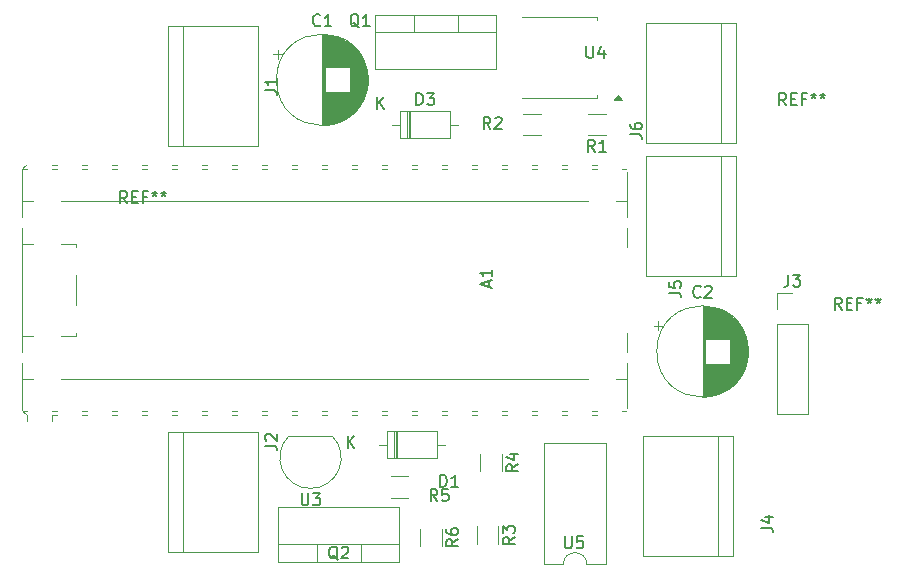
<source format=gbr>
%TF.GenerationSoftware,KiCad,Pcbnew,9.0.0*%
%TF.CreationDate,2025-03-14T14:41:01+01:00*%
%TF.ProjectId,LEDstripDrv2.0,4c454473-7472-4697-9044-7276322e302e,rev?*%
%TF.SameCoordinates,Original*%
%TF.FileFunction,Legend,Top*%
%TF.FilePolarity,Positive*%
%FSLAX46Y46*%
G04 Gerber Fmt 4.6, Leading zero omitted, Abs format (unit mm)*
G04 Created by KiCad (PCBNEW 9.0.0) date 2025-03-14 14:41:01*
%MOMM*%
%LPD*%
G01*
G04 APERTURE LIST*
%ADD10C,0.150000*%
%ADD11C,0.120000*%
G04 APERTURE END LIST*
D10*
X177266666Y-97154819D02*
X176933333Y-96678628D01*
X176695238Y-97154819D02*
X176695238Y-96154819D01*
X176695238Y-96154819D02*
X177076190Y-96154819D01*
X177076190Y-96154819D02*
X177171428Y-96202438D01*
X177171428Y-96202438D02*
X177219047Y-96250057D01*
X177219047Y-96250057D02*
X177266666Y-96345295D01*
X177266666Y-96345295D02*
X177266666Y-96488152D01*
X177266666Y-96488152D02*
X177219047Y-96583390D01*
X177219047Y-96583390D02*
X177171428Y-96631009D01*
X177171428Y-96631009D02*
X177076190Y-96678628D01*
X177076190Y-96678628D02*
X176695238Y-96678628D01*
X177695238Y-96631009D02*
X178028571Y-96631009D01*
X178171428Y-97154819D02*
X177695238Y-97154819D01*
X177695238Y-97154819D02*
X177695238Y-96154819D01*
X177695238Y-96154819D02*
X178171428Y-96154819D01*
X178933333Y-96631009D02*
X178600000Y-96631009D01*
X178600000Y-97154819D02*
X178600000Y-96154819D01*
X178600000Y-96154819D02*
X179076190Y-96154819D01*
X179600000Y-96154819D02*
X179600000Y-96392914D01*
X179361905Y-96297676D02*
X179600000Y-96392914D01*
X179600000Y-96392914D02*
X179838095Y-96297676D01*
X179457143Y-96583390D02*
X179600000Y-96392914D01*
X179600000Y-96392914D02*
X179742857Y-96583390D01*
X180361905Y-96154819D02*
X180361905Y-96392914D01*
X180123810Y-96297676D02*
X180361905Y-96392914D01*
X180361905Y-96392914D02*
X180600000Y-96297676D01*
X180219048Y-96583390D02*
X180361905Y-96392914D01*
X180361905Y-96392914D02*
X180504762Y-96583390D01*
X116766666Y-88154819D02*
X116433333Y-87678628D01*
X116195238Y-88154819D02*
X116195238Y-87154819D01*
X116195238Y-87154819D02*
X116576190Y-87154819D01*
X116576190Y-87154819D02*
X116671428Y-87202438D01*
X116671428Y-87202438D02*
X116719047Y-87250057D01*
X116719047Y-87250057D02*
X116766666Y-87345295D01*
X116766666Y-87345295D02*
X116766666Y-87488152D01*
X116766666Y-87488152D02*
X116719047Y-87583390D01*
X116719047Y-87583390D02*
X116671428Y-87631009D01*
X116671428Y-87631009D02*
X116576190Y-87678628D01*
X116576190Y-87678628D02*
X116195238Y-87678628D01*
X117195238Y-87631009D02*
X117528571Y-87631009D01*
X117671428Y-88154819D02*
X117195238Y-88154819D01*
X117195238Y-88154819D02*
X117195238Y-87154819D01*
X117195238Y-87154819D02*
X117671428Y-87154819D01*
X118433333Y-87631009D02*
X118100000Y-87631009D01*
X118100000Y-88154819D02*
X118100000Y-87154819D01*
X118100000Y-87154819D02*
X118576190Y-87154819D01*
X119100000Y-87154819D02*
X119100000Y-87392914D01*
X118861905Y-87297676D02*
X119100000Y-87392914D01*
X119100000Y-87392914D02*
X119338095Y-87297676D01*
X118957143Y-87583390D02*
X119100000Y-87392914D01*
X119100000Y-87392914D02*
X119242857Y-87583390D01*
X119861905Y-87154819D02*
X119861905Y-87392914D01*
X119623810Y-87297676D02*
X119861905Y-87392914D01*
X119861905Y-87392914D02*
X120100000Y-87297676D01*
X119719048Y-87583390D02*
X119861905Y-87392914D01*
X119861905Y-87392914D02*
X120004762Y-87583390D01*
X172566666Y-79854819D02*
X172233333Y-79378628D01*
X171995238Y-79854819D02*
X171995238Y-78854819D01*
X171995238Y-78854819D02*
X172376190Y-78854819D01*
X172376190Y-78854819D02*
X172471428Y-78902438D01*
X172471428Y-78902438D02*
X172519047Y-78950057D01*
X172519047Y-78950057D02*
X172566666Y-79045295D01*
X172566666Y-79045295D02*
X172566666Y-79188152D01*
X172566666Y-79188152D02*
X172519047Y-79283390D01*
X172519047Y-79283390D02*
X172471428Y-79331009D01*
X172471428Y-79331009D02*
X172376190Y-79378628D01*
X172376190Y-79378628D02*
X171995238Y-79378628D01*
X172995238Y-79331009D02*
X173328571Y-79331009D01*
X173471428Y-79854819D02*
X172995238Y-79854819D01*
X172995238Y-79854819D02*
X172995238Y-78854819D01*
X172995238Y-78854819D02*
X173471428Y-78854819D01*
X174233333Y-79331009D02*
X173900000Y-79331009D01*
X173900000Y-79854819D02*
X173900000Y-78854819D01*
X173900000Y-78854819D02*
X174376190Y-78854819D01*
X174900000Y-78854819D02*
X174900000Y-79092914D01*
X174661905Y-78997676D02*
X174900000Y-79092914D01*
X174900000Y-79092914D02*
X175138095Y-78997676D01*
X174757143Y-79283390D02*
X174900000Y-79092914D01*
X174900000Y-79092914D02*
X175042857Y-79283390D01*
X175661905Y-78854819D02*
X175661905Y-79092914D01*
X175423810Y-78997676D02*
X175661905Y-79092914D01*
X175661905Y-79092914D02*
X175900000Y-78997676D01*
X175519048Y-79283390D02*
X175661905Y-79092914D01*
X175661905Y-79092914D02*
X175804762Y-79283390D01*
X165321939Y-96059580D02*
X165274320Y-96107200D01*
X165274320Y-96107200D02*
X165131463Y-96154819D01*
X165131463Y-96154819D02*
X165036225Y-96154819D01*
X165036225Y-96154819D02*
X164893368Y-96107200D01*
X164893368Y-96107200D02*
X164798130Y-96011961D01*
X164798130Y-96011961D02*
X164750511Y-95916723D01*
X164750511Y-95916723D02*
X164702892Y-95726247D01*
X164702892Y-95726247D02*
X164702892Y-95583390D01*
X164702892Y-95583390D02*
X164750511Y-95392914D01*
X164750511Y-95392914D02*
X164798130Y-95297676D01*
X164798130Y-95297676D02*
X164893368Y-95202438D01*
X164893368Y-95202438D02*
X165036225Y-95154819D01*
X165036225Y-95154819D02*
X165131463Y-95154819D01*
X165131463Y-95154819D02*
X165274320Y-95202438D01*
X165274320Y-95202438D02*
X165321939Y-95250057D01*
X165702892Y-95250057D02*
X165750511Y-95202438D01*
X165750511Y-95202438D02*
X165845749Y-95154819D01*
X165845749Y-95154819D02*
X166083844Y-95154819D01*
X166083844Y-95154819D02*
X166179082Y-95202438D01*
X166179082Y-95202438D02*
X166226701Y-95250057D01*
X166226701Y-95250057D02*
X166274320Y-95345295D01*
X166274320Y-95345295D02*
X166274320Y-95440533D01*
X166274320Y-95440533D02*
X166226701Y-95583390D01*
X166226701Y-95583390D02*
X165655273Y-96154819D01*
X165655273Y-96154819D02*
X166274320Y-96154819D01*
X131538095Y-112714819D02*
X131538095Y-113524342D01*
X131538095Y-113524342D02*
X131585714Y-113619580D01*
X131585714Y-113619580D02*
X131633333Y-113667200D01*
X131633333Y-113667200D02*
X131728571Y-113714819D01*
X131728571Y-113714819D02*
X131919047Y-113714819D01*
X131919047Y-113714819D02*
X132014285Y-113667200D01*
X132014285Y-113667200D02*
X132061904Y-113619580D01*
X132061904Y-113619580D02*
X132109523Y-113524342D01*
X132109523Y-113524342D02*
X132109523Y-112714819D01*
X132490476Y-112714819D02*
X133109523Y-112714819D01*
X133109523Y-112714819D02*
X132776190Y-113095771D01*
X132776190Y-113095771D02*
X132919047Y-113095771D01*
X132919047Y-113095771D02*
X133014285Y-113143390D01*
X133014285Y-113143390D02*
X133061904Y-113191009D01*
X133061904Y-113191009D02*
X133109523Y-113286247D01*
X133109523Y-113286247D02*
X133109523Y-113524342D01*
X133109523Y-113524342D02*
X133061904Y-113619580D01*
X133061904Y-113619580D02*
X133014285Y-113667200D01*
X133014285Y-113667200D02*
X132919047Y-113714819D01*
X132919047Y-113714819D02*
X132633333Y-113714819D01*
X132633333Y-113714819D02*
X132538095Y-113667200D01*
X132538095Y-113667200D02*
X132490476Y-113619580D01*
X156383333Y-83774819D02*
X156050000Y-83298628D01*
X155811905Y-83774819D02*
X155811905Y-82774819D01*
X155811905Y-82774819D02*
X156192857Y-82774819D01*
X156192857Y-82774819D02*
X156288095Y-82822438D01*
X156288095Y-82822438D02*
X156335714Y-82870057D01*
X156335714Y-82870057D02*
X156383333Y-82965295D01*
X156383333Y-82965295D02*
X156383333Y-83108152D01*
X156383333Y-83108152D02*
X156335714Y-83203390D01*
X156335714Y-83203390D02*
X156288095Y-83251009D01*
X156288095Y-83251009D02*
X156192857Y-83298628D01*
X156192857Y-83298628D02*
X155811905Y-83298628D01*
X157335714Y-83774819D02*
X156764286Y-83774819D01*
X157050000Y-83774819D02*
X157050000Y-82774819D01*
X157050000Y-82774819D02*
X156954762Y-82917676D01*
X156954762Y-82917676D02*
X156859524Y-83012914D01*
X156859524Y-83012914D02*
X156764286Y-83060533D01*
X141261905Y-79834819D02*
X141261905Y-78834819D01*
X141261905Y-78834819D02*
X141500000Y-78834819D01*
X141500000Y-78834819D02*
X141642857Y-78882438D01*
X141642857Y-78882438D02*
X141738095Y-78977676D01*
X141738095Y-78977676D02*
X141785714Y-79072914D01*
X141785714Y-79072914D02*
X141833333Y-79263390D01*
X141833333Y-79263390D02*
X141833333Y-79406247D01*
X141833333Y-79406247D02*
X141785714Y-79596723D01*
X141785714Y-79596723D02*
X141738095Y-79691961D01*
X141738095Y-79691961D02*
X141642857Y-79787200D01*
X141642857Y-79787200D02*
X141500000Y-79834819D01*
X141500000Y-79834819D02*
X141261905Y-79834819D01*
X142166667Y-78834819D02*
X142785714Y-78834819D01*
X142785714Y-78834819D02*
X142452381Y-79215771D01*
X142452381Y-79215771D02*
X142595238Y-79215771D01*
X142595238Y-79215771D02*
X142690476Y-79263390D01*
X142690476Y-79263390D02*
X142738095Y-79311009D01*
X142738095Y-79311009D02*
X142785714Y-79406247D01*
X142785714Y-79406247D02*
X142785714Y-79644342D01*
X142785714Y-79644342D02*
X142738095Y-79739580D01*
X142738095Y-79739580D02*
X142690476Y-79787200D01*
X142690476Y-79787200D02*
X142595238Y-79834819D01*
X142595238Y-79834819D02*
X142309524Y-79834819D01*
X142309524Y-79834819D02*
X142214286Y-79787200D01*
X142214286Y-79787200D02*
X142166667Y-79739580D01*
X137928095Y-80154819D02*
X137928095Y-79154819D01*
X138499523Y-80154819D02*
X138070952Y-79583390D01*
X138499523Y-79154819D02*
X137928095Y-79726247D01*
X143261905Y-112154819D02*
X143261905Y-111154819D01*
X143261905Y-111154819D02*
X143500000Y-111154819D01*
X143500000Y-111154819D02*
X143642857Y-111202438D01*
X143642857Y-111202438D02*
X143738095Y-111297676D01*
X143738095Y-111297676D02*
X143785714Y-111392914D01*
X143785714Y-111392914D02*
X143833333Y-111583390D01*
X143833333Y-111583390D02*
X143833333Y-111726247D01*
X143833333Y-111726247D02*
X143785714Y-111916723D01*
X143785714Y-111916723D02*
X143738095Y-112011961D01*
X143738095Y-112011961D02*
X143642857Y-112107200D01*
X143642857Y-112107200D02*
X143500000Y-112154819D01*
X143500000Y-112154819D02*
X143261905Y-112154819D01*
X144785714Y-112154819D02*
X144214286Y-112154819D01*
X144500000Y-112154819D02*
X144500000Y-111154819D01*
X144500000Y-111154819D02*
X144404762Y-111297676D01*
X144404762Y-111297676D02*
X144309524Y-111392914D01*
X144309524Y-111392914D02*
X144214286Y-111440533D01*
X135438095Y-108854819D02*
X135438095Y-107854819D01*
X136009523Y-108854819D02*
X135580952Y-108283390D01*
X136009523Y-107854819D02*
X135438095Y-108426247D01*
X134604761Y-118320057D02*
X134509523Y-118272438D01*
X134509523Y-118272438D02*
X134414285Y-118177200D01*
X134414285Y-118177200D02*
X134271428Y-118034342D01*
X134271428Y-118034342D02*
X134176190Y-117986723D01*
X134176190Y-117986723D02*
X134080952Y-117986723D01*
X134128571Y-118224819D02*
X134033333Y-118177200D01*
X134033333Y-118177200D02*
X133938095Y-118081961D01*
X133938095Y-118081961D02*
X133890476Y-117891485D01*
X133890476Y-117891485D02*
X133890476Y-117558152D01*
X133890476Y-117558152D02*
X133938095Y-117367676D01*
X133938095Y-117367676D02*
X134033333Y-117272438D01*
X134033333Y-117272438D02*
X134128571Y-117224819D01*
X134128571Y-117224819D02*
X134319047Y-117224819D01*
X134319047Y-117224819D02*
X134414285Y-117272438D01*
X134414285Y-117272438D02*
X134509523Y-117367676D01*
X134509523Y-117367676D02*
X134557142Y-117558152D01*
X134557142Y-117558152D02*
X134557142Y-117891485D01*
X134557142Y-117891485D02*
X134509523Y-118081961D01*
X134509523Y-118081961D02*
X134414285Y-118177200D01*
X134414285Y-118177200D02*
X134319047Y-118224819D01*
X134319047Y-118224819D02*
X134128571Y-118224819D01*
X134938095Y-117320057D02*
X134985714Y-117272438D01*
X134985714Y-117272438D02*
X135080952Y-117224819D01*
X135080952Y-117224819D02*
X135319047Y-117224819D01*
X135319047Y-117224819D02*
X135414285Y-117272438D01*
X135414285Y-117272438D02*
X135461904Y-117320057D01*
X135461904Y-117320057D02*
X135509523Y-117415295D01*
X135509523Y-117415295D02*
X135509523Y-117510533D01*
X135509523Y-117510533D02*
X135461904Y-117653390D01*
X135461904Y-117653390D02*
X134890476Y-118224819D01*
X134890476Y-118224819D02*
X135509523Y-118224819D01*
X170454819Y-115633333D02*
X171169104Y-115633333D01*
X171169104Y-115633333D02*
X171311961Y-115680952D01*
X171311961Y-115680952D02*
X171407200Y-115776190D01*
X171407200Y-115776190D02*
X171454819Y-115919047D01*
X171454819Y-115919047D02*
X171454819Y-116014285D01*
X170788152Y-114728571D02*
X171454819Y-114728571D01*
X170407200Y-114966666D02*
X171121485Y-115204761D01*
X171121485Y-115204761D02*
X171121485Y-114585714D01*
X133121939Y-73059580D02*
X133074320Y-73107200D01*
X133074320Y-73107200D02*
X132931463Y-73154819D01*
X132931463Y-73154819D02*
X132836225Y-73154819D01*
X132836225Y-73154819D02*
X132693368Y-73107200D01*
X132693368Y-73107200D02*
X132598130Y-73011961D01*
X132598130Y-73011961D02*
X132550511Y-72916723D01*
X132550511Y-72916723D02*
X132502892Y-72726247D01*
X132502892Y-72726247D02*
X132502892Y-72583390D01*
X132502892Y-72583390D02*
X132550511Y-72392914D01*
X132550511Y-72392914D02*
X132598130Y-72297676D01*
X132598130Y-72297676D02*
X132693368Y-72202438D01*
X132693368Y-72202438D02*
X132836225Y-72154819D01*
X132836225Y-72154819D02*
X132931463Y-72154819D01*
X132931463Y-72154819D02*
X133074320Y-72202438D01*
X133074320Y-72202438D02*
X133121939Y-72250057D01*
X134074320Y-73154819D02*
X133502892Y-73154819D01*
X133788606Y-73154819D02*
X133788606Y-72154819D01*
X133788606Y-72154819D02*
X133693368Y-72297676D01*
X133693368Y-72297676D02*
X133598130Y-72392914D01*
X133598130Y-72392914D02*
X133502892Y-72440533D01*
X153838095Y-116354819D02*
X153838095Y-117164342D01*
X153838095Y-117164342D02*
X153885714Y-117259580D01*
X153885714Y-117259580D02*
X153933333Y-117307200D01*
X153933333Y-117307200D02*
X154028571Y-117354819D01*
X154028571Y-117354819D02*
X154219047Y-117354819D01*
X154219047Y-117354819D02*
X154314285Y-117307200D01*
X154314285Y-117307200D02*
X154361904Y-117259580D01*
X154361904Y-117259580D02*
X154409523Y-117164342D01*
X154409523Y-117164342D02*
X154409523Y-116354819D01*
X155361904Y-116354819D02*
X154885714Y-116354819D01*
X154885714Y-116354819D02*
X154838095Y-116831009D01*
X154838095Y-116831009D02*
X154885714Y-116783390D01*
X154885714Y-116783390D02*
X154980952Y-116735771D01*
X154980952Y-116735771D02*
X155219047Y-116735771D01*
X155219047Y-116735771D02*
X155314285Y-116783390D01*
X155314285Y-116783390D02*
X155361904Y-116831009D01*
X155361904Y-116831009D02*
X155409523Y-116926247D01*
X155409523Y-116926247D02*
X155409523Y-117164342D01*
X155409523Y-117164342D02*
X155361904Y-117259580D01*
X155361904Y-117259580D02*
X155314285Y-117307200D01*
X155314285Y-117307200D02*
X155219047Y-117354819D01*
X155219047Y-117354819D02*
X154980952Y-117354819D01*
X154980952Y-117354819D02*
X154885714Y-117307200D01*
X154885714Y-117307200D02*
X154838095Y-117259580D01*
X136404761Y-73250057D02*
X136309523Y-73202438D01*
X136309523Y-73202438D02*
X136214285Y-73107200D01*
X136214285Y-73107200D02*
X136071428Y-72964342D01*
X136071428Y-72964342D02*
X135976190Y-72916723D01*
X135976190Y-72916723D02*
X135880952Y-72916723D01*
X135928571Y-73154819D02*
X135833333Y-73107200D01*
X135833333Y-73107200D02*
X135738095Y-73011961D01*
X135738095Y-73011961D02*
X135690476Y-72821485D01*
X135690476Y-72821485D02*
X135690476Y-72488152D01*
X135690476Y-72488152D02*
X135738095Y-72297676D01*
X135738095Y-72297676D02*
X135833333Y-72202438D01*
X135833333Y-72202438D02*
X135928571Y-72154819D01*
X135928571Y-72154819D02*
X136119047Y-72154819D01*
X136119047Y-72154819D02*
X136214285Y-72202438D01*
X136214285Y-72202438D02*
X136309523Y-72297676D01*
X136309523Y-72297676D02*
X136357142Y-72488152D01*
X136357142Y-72488152D02*
X136357142Y-72821485D01*
X136357142Y-72821485D02*
X136309523Y-73011961D01*
X136309523Y-73011961D02*
X136214285Y-73107200D01*
X136214285Y-73107200D02*
X136119047Y-73154819D01*
X136119047Y-73154819D02*
X135928571Y-73154819D01*
X137309523Y-73154819D02*
X136738095Y-73154819D01*
X137023809Y-73154819D02*
X137023809Y-72154819D01*
X137023809Y-72154819D02*
X136928571Y-72297676D01*
X136928571Y-72297676D02*
X136833333Y-72392914D01*
X136833333Y-72392914D02*
X136738095Y-72440533D01*
X143033333Y-113354819D02*
X142700000Y-112878628D01*
X142461905Y-113354819D02*
X142461905Y-112354819D01*
X142461905Y-112354819D02*
X142842857Y-112354819D01*
X142842857Y-112354819D02*
X142938095Y-112402438D01*
X142938095Y-112402438D02*
X142985714Y-112450057D01*
X142985714Y-112450057D02*
X143033333Y-112545295D01*
X143033333Y-112545295D02*
X143033333Y-112688152D01*
X143033333Y-112688152D02*
X142985714Y-112783390D01*
X142985714Y-112783390D02*
X142938095Y-112831009D01*
X142938095Y-112831009D02*
X142842857Y-112878628D01*
X142842857Y-112878628D02*
X142461905Y-112878628D01*
X143938095Y-112354819D02*
X143461905Y-112354819D01*
X143461905Y-112354819D02*
X143414286Y-112831009D01*
X143414286Y-112831009D02*
X143461905Y-112783390D01*
X143461905Y-112783390D02*
X143557143Y-112735771D01*
X143557143Y-112735771D02*
X143795238Y-112735771D01*
X143795238Y-112735771D02*
X143890476Y-112783390D01*
X143890476Y-112783390D02*
X143938095Y-112831009D01*
X143938095Y-112831009D02*
X143985714Y-112926247D01*
X143985714Y-112926247D02*
X143985714Y-113164342D01*
X143985714Y-113164342D02*
X143938095Y-113259580D01*
X143938095Y-113259580D02*
X143890476Y-113307200D01*
X143890476Y-113307200D02*
X143795238Y-113354819D01*
X143795238Y-113354819D02*
X143557143Y-113354819D01*
X143557143Y-113354819D02*
X143461905Y-113307200D01*
X143461905Y-113307200D02*
X143414286Y-113259580D01*
X149574819Y-116416666D02*
X149098628Y-116749999D01*
X149574819Y-116988094D02*
X148574819Y-116988094D01*
X148574819Y-116988094D02*
X148574819Y-116607142D01*
X148574819Y-116607142D02*
X148622438Y-116511904D01*
X148622438Y-116511904D02*
X148670057Y-116464285D01*
X148670057Y-116464285D02*
X148765295Y-116416666D01*
X148765295Y-116416666D02*
X148908152Y-116416666D01*
X148908152Y-116416666D02*
X149003390Y-116464285D01*
X149003390Y-116464285D02*
X149051009Y-116511904D01*
X149051009Y-116511904D02*
X149098628Y-116607142D01*
X149098628Y-116607142D02*
X149098628Y-116988094D01*
X148574819Y-116083332D02*
X148574819Y-115464285D01*
X148574819Y-115464285D02*
X148955771Y-115797618D01*
X148955771Y-115797618D02*
X148955771Y-115654761D01*
X148955771Y-115654761D02*
X149003390Y-115559523D01*
X149003390Y-115559523D02*
X149051009Y-115511904D01*
X149051009Y-115511904D02*
X149146247Y-115464285D01*
X149146247Y-115464285D02*
X149384342Y-115464285D01*
X149384342Y-115464285D02*
X149479580Y-115511904D01*
X149479580Y-115511904D02*
X149527200Y-115559523D01*
X149527200Y-115559523D02*
X149574819Y-115654761D01*
X149574819Y-115654761D02*
X149574819Y-115940475D01*
X149574819Y-115940475D02*
X149527200Y-116035713D01*
X149527200Y-116035713D02*
X149479580Y-116083332D01*
X147369104Y-95210839D02*
X147369104Y-94734649D01*
X147654819Y-95306077D02*
X146654819Y-94972744D01*
X146654819Y-94972744D02*
X147654819Y-94639411D01*
X147654819Y-93782268D02*
X147654819Y-94353696D01*
X147654819Y-94067982D02*
X146654819Y-94067982D01*
X146654819Y-94067982D02*
X146797676Y-94163220D01*
X146797676Y-94163220D02*
X146892914Y-94258458D01*
X146892914Y-94258458D02*
X146940533Y-94353696D01*
X172766666Y-94204819D02*
X172766666Y-94919104D01*
X172766666Y-94919104D02*
X172719047Y-95061961D01*
X172719047Y-95061961D02*
X172623809Y-95157200D01*
X172623809Y-95157200D02*
X172480952Y-95204819D01*
X172480952Y-95204819D02*
X172385714Y-95204819D01*
X173147619Y-94204819D02*
X173766666Y-94204819D01*
X173766666Y-94204819D02*
X173433333Y-94585771D01*
X173433333Y-94585771D02*
X173576190Y-94585771D01*
X173576190Y-94585771D02*
X173671428Y-94633390D01*
X173671428Y-94633390D02*
X173719047Y-94681009D01*
X173719047Y-94681009D02*
X173766666Y-94776247D01*
X173766666Y-94776247D02*
X173766666Y-95014342D01*
X173766666Y-95014342D02*
X173719047Y-95109580D01*
X173719047Y-95109580D02*
X173671428Y-95157200D01*
X173671428Y-95157200D02*
X173576190Y-95204819D01*
X173576190Y-95204819D02*
X173290476Y-95204819D01*
X173290476Y-95204819D02*
X173195238Y-95157200D01*
X173195238Y-95157200D02*
X173147619Y-95109580D01*
X128454819Y-78573333D02*
X129169104Y-78573333D01*
X129169104Y-78573333D02*
X129311961Y-78620952D01*
X129311961Y-78620952D02*
X129407200Y-78716190D01*
X129407200Y-78716190D02*
X129454819Y-78859047D01*
X129454819Y-78859047D02*
X129454819Y-78954285D01*
X129454819Y-77573333D02*
X129454819Y-78144761D01*
X129454819Y-77859047D02*
X128454819Y-77859047D01*
X128454819Y-77859047D02*
X128597676Y-77954285D01*
X128597676Y-77954285D02*
X128692914Y-78049523D01*
X128692914Y-78049523D02*
X128740533Y-78144761D01*
X162654819Y-95733333D02*
X163369104Y-95733333D01*
X163369104Y-95733333D02*
X163511961Y-95780952D01*
X163511961Y-95780952D02*
X163607200Y-95876190D01*
X163607200Y-95876190D02*
X163654819Y-96019047D01*
X163654819Y-96019047D02*
X163654819Y-96114285D01*
X162654819Y-94780952D02*
X162654819Y-95257142D01*
X162654819Y-95257142D02*
X163131009Y-95304761D01*
X163131009Y-95304761D02*
X163083390Y-95257142D01*
X163083390Y-95257142D02*
X163035771Y-95161904D01*
X163035771Y-95161904D02*
X163035771Y-94923809D01*
X163035771Y-94923809D02*
X163083390Y-94828571D01*
X163083390Y-94828571D02*
X163131009Y-94780952D01*
X163131009Y-94780952D02*
X163226247Y-94733333D01*
X163226247Y-94733333D02*
X163464342Y-94733333D01*
X163464342Y-94733333D02*
X163559580Y-94780952D01*
X163559580Y-94780952D02*
X163607200Y-94828571D01*
X163607200Y-94828571D02*
X163654819Y-94923809D01*
X163654819Y-94923809D02*
X163654819Y-95161904D01*
X163654819Y-95161904D02*
X163607200Y-95257142D01*
X163607200Y-95257142D02*
X163559580Y-95304761D01*
X144774819Y-116616666D02*
X144298628Y-116949999D01*
X144774819Y-117188094D02*
X143774819Y-117188094D01*
X143774819Y-117188094D02*
X143774819Y-116807142D01*
X143774819Y-116807142D02*
X143822438Y-116711904D01*
X143822438Y-116711904D02*
X143870057Y-116664285D01*
X143870057Y-116664285D02*
X143965295Y-116616666D01*
X143965295Y-116616666D02*
X144108152Y-116616666D01*
X144108152Y-116616666D02*
X144203390Y-116664285D01*
X144203390Y-116664285D02*
X144251009Y-116711904D01*
X144251009Y-116711904D02*
X144298628Y-116807142D01*
X144298628Y-116807142D02*
X144298628Y-117188094D01*
X143774819Y-115759523D02*
X143774819Y-115949999D01*
X143774819Y-115949999D02*
X143822438Y-116045237D01*
X143822438Y-116045237D02*
X143870057Y-116092856D01*
X143870057Y-116092856D02*
X144012914Y-116188094D01*
X144012914Y-116188094D02*
X144203390Y-116235713D01*
X144203390Y-116235713D02*
X144584342Y-116235713D01*
X144584342Y-116235713D02*
X144679580Y-116188094D01*
X144679580Y-116188094D02*
X144727200Y-116140475D01*
X144727200Y-116140475D02*
X144774819Y-116045237D01*
X144774819Y-116045237D02*
X144774819Y-115854761D01*
X144774819Y-115854761D02*
X144727200Y-115759523D01*
X144727200Y-115759523D02*
X144679580Y-115711904D01*
X144679580Y-115711904D02*
X144584342Y-115664285D01*
X144584342Y-115664285D02*
X144346247Y-115664285D01*
X144346247Y-115664285D02*
X144251009Y-115711904D01*
X144251009Y-115711904D02*
X144203390Y-115759523D01*
X144203390Y-115759523D02*
X144155771Y-115854761D01*
X144155771Y-115854761D02*
X144155771Y-116045237D01*
X144155771Y-116045237D02*
X144203390Y-116140475D01*
X144203390Y-116140475D02*
X144251009Y-116188094D01*
X144251009Y-116188094D02*
X144346247Y-116235713D01*
X159354819Y-82333333D02*
X160069104Y-82333333D01*
X160069104Y-82333333D02*
X160211961Y-82380952D01*
X160211961Y-82380952D02*
X160307200Y-82476190D01*
X160307200Y-82476190D02*
X160354819Y-82619047D01*
X160354819Y-82619047D02*
X160354819Y-82714285D01*
X159354819Y-81428571D02*
X159354819Y-81619047D01*
X159354819Y-81619047D02*
X159402438Y-81714285D01*
X159402438Y-81714285D02*
X159450057Y-81761904D01*
X159450057Y-81761904D02*
X159592914Y-81857142D01*
X159592914Y-81857142D02*
X159783390Y-81904761D01*
X159783390Y-81904761D02*
X160164342Y-81904761D01*
X160164342Y-81904761D02*
X160259580Y-81857142D01*
X160259580Y-81857142D02*
X160307200Y-81809523D01*
X160307200Y-81809523D02*
X160354819Y-81714285D01*
X160354819Y-81714285D02*
X160354819Y-81523809D01*
X160354819Y-81523809D02*
X160307200Y-81428571D01*
X160307200Y-81428571D02*
X160259580Y-81380952D01*
X160259580Y-81380952D02*
X160164342Y-81333333D01*
X160164342Y-81333333D02*
X159926247Y-81333333D01*
X159926247Y-81333333D02*
X159831009Y-81380952D01*
X159831009Y-81380952D02*
X159783390Y-81428571D01*
X159783390Y-81428571D02*
X159735771Y-81523809D01*
X159735771Y-81523809D02*
X159735771Y-81714285D01*
X159735771Y-81714285D02*
X159783390Y-81809523D01*
X159783390Y-81809523D02*
X159831009Y-81857142D01*
X159831009Y-81857142D02*
X159926247Y-81904761D01*
X147533333Y-81854819D02*
X147200000Y-81378628D01*
X146961905Y-81854819D02*
X146961905Y-80854819D01*
X146961905Y-80854819D02*
X147342857Y-80854819D01*
X147342857Y-80854819D02*
X147438095Y-80902438D01*
X147438095Y-80902438D02*
X147485714Y-80950057D01*
X147485714Y-80950057D02*
X147533333Y-81045295D01*
X147533333Y-81045295D02*
X147533333Y-81188152D01*
X147533333Y-81188152D02*
X147485714Y-81283390D01*
X147485714Y-81283390D02*
X147438095Y-81331009D01*
X147438095Y-81331009D02*
X147342857Y-81378628D01*
X147342857Y-81378628D02*
X146961905Y-81378628D01*
X147914286Y-80950057D02*
X147961905Y-80902438D01*
X147961905Y-80902438D02*
X148057143Y-80854819D01*
X148057143Y-80854819D02*
X148295238Y-80854819D01*
X148295238Y-80854819D02*
X148390476Y-80902438D01*
X148390476Y-80902438D02*
X148438095Y-80950057D01*
X148438095Y-80950057D02*
X148485714Y-81045295D01*
X148485714Y-81045295D02*
X148485714Y-81140533D01*
X148485714Y-81140533D02*
X148438095Y-81283390D01*
X148438095Y-81283390D02*
X147866667Y-81854819D01*
X147866667Y-81854819D02*
X148485714Y-81854819D01*
X155663095Y-74852319D02*
X155663095Y-75661842D01*
X155663095Y-75661842D02*
X155710714Y-75757080D01*
X155710714Y-75757080D02*
X155758333Y-75804700D01*
X155758333Y-75804700D02*
X155853571Y-75852319D01*
X155853571Y-75852319D02*
X156044047Y-75852319D01*
X156044047Y-75852319D02*
X156139285Y-75804700D01*
X156139285Y-75804700D02*
X156186904Y-75757080D01*
X156186904Y-75757080D02*
X156234523Y-75661842D01*
X156234523Y-75661842D02*
X156234523Y-74852319D01*
X157139285Y-75185652D02*
X157139285Y-75852319D01*
X156901190Y-74804700D02*
X156663095Y-75518985D01*
X156663095Y-75518985D02*
X157282142Y-75518985D01*
X149874819Y-110266666D02*
X149398628Y-110599999D01*
X149874819Y-110838094D02*
X148874819Y-110838094D01*
X148874819Y-110838094D02*
X148874819Y-110457142D01*
X148874819Y-110457142D02*
X148922438Y-110361904D01*
X148922438Y-110361904D02*
X148970057Y-110314285D01*
X148970057Y-110314285D02*
X149065295Y-110266666D01*
X149065295Y-110266666D02*
X149208152Y-110266666D01*
X149208152Y-110266666D02*
X149303390Y-110314285D01*
X149303390Y-110314285D02*
X149351009Y-110361904D01*
X149351009Y-110361904D02*
X149398628Y-110457142D01*
X149398628Y-110457142D02*
X149398628Y-110838094D01*
X149208152Y-109409523D02*
X149874819Y-109409523D01*
X148827200Y-109647618D02*
X149541485Y-109885713D01*
X149541485Y-109885713D02*
X149541485Y-109266666D01*
X128454819Y-108673333D02*
X129169104Y-108673333D01*
X129169104Y-108673333D02*
X129311961Y-108720952D01*
X129311961Y-108720952D02*
X129407200Y-108816190D01*
X129407200Y-108816190D02*
X129454819Y-108959047D01*
X129454819Y-108959047D02*
X129454819Y-109054285D01*
X128550057Y-108244761D02*
X128502438Y-108197142D01*
X128502438Y-108197142D02*
X128454819Y-108101904D01*
X128454819Y-108101904D02*
X128454819Y-107863809D01*
X128454819Y-107863809D02*
X128502438Y-107768571D01*
X128502438Y-107768571D02*
X128550057Y-107720952D01*
X128550057Y-107720952D02*
X128645295Y-107673333D01*
X128645295Y-107673333D02*
X128740533Y-107673333D01*
X128740533Y-107673333D02*
X128883390Y-107720952D01*
X128883390Y-107720952D02*
X129454819Y-108292380D01*
X129454819Y-108292380D02*
X129454819Y-107673333D01*
D11*
%TO.C,C2*%
X161346395Y-98525000D02*
X162096395Y-98525000D01*
X161721395Y-98150000D02*
X161721395Y-98900000D01*
X165488606Y-96870000D02*
X165488606Y-104530000D01*
X165528606Y-96870000D02*
X165528606Y-104530000D01*
X165568606Y-96870000D02*
X165568606Y-104530000D01*
X165608606Y-96871000D02*
X165608606Y-104529000D01*
X165648606Y-96873000D02*
X165648606Y-104527000D01*
X165688606Y-96875000D02*
X165688606Y-104525000D01*
X165728606Y-96877000D02*
X165728606Y-99660000D01*
X165728606Y-101740000D02*
X165728606Y-104523000D01*
X165768606Y-96880000D02*
X165768606Y-99660000D01*
X165768606Y-101740000D02*
X165768606Y-104520000D01*
X165808606Y-96883000D02*
X165808606Y-99660000D01*
X165808606Y-101740000D02*
X165808606Y-104517000D01*
X165848606Y-96886000D02*
X165848606Y-99660000D01*
X165848606Y-101740000D02*
X165848606Y-104514000D01*
X165888606Y-96890000D02*
X165888606Y-99660000D01*
X165888606Y-101740000D02*
X165888606Y-104510000D01*
X165928606Y-96895000D02*
X165928606Y-99660000D01*
X165928606Y-101740000D02*
X165928606Y-104505000D01*
X165968606Y-96899000D02*
X165968606Y-99660000D01*
X165968606Y-101740000D02*
X165968606Y-104501000D01*
X166008606Y-96905000D02*
X166008606Y-99660000D01*
X166008606Y-101740000D02*
X166008606Y-104495000D01*
X166048606Y-96910000D02*
X166048606Y-99660000D01*
X166048606Y-101740000D02*
X166048606Y-104490000D01*
X166088606Y-96916000D02*
X166088606Y-99660000D01*
X166088606Y-101740000D02*
X166088606Y-104484000D01*
X166128606Y-96923000D02*
X166128606Y-99660000D01*
X166128606Y-101740000D02*
X166128606Y-104477000D01*
X166168606Y-96930000D02*
X166168606Y-99660000D01*
X166168606Y-101740000D02*
X166168606Y-104470000D01*
X166209606Y-96937000D02*
X166209606Y-99660000D01*
X166209606Y-101740000D02*
X166209606Y-104463000D01*
X166249606Y-96945000D02*
X166249606Y-99660000D01*
X166249606Y-101740000D02*
X166249606Y-104455000D01*
X166289606Y-96953000D02*
X166289606Y-99660000D01*
X166289606Y-101740000D02*
X166289606Y-104447000D01*
X166329606Y-96962000D02*
X166329606Y-99660000D01*
X166329606Y-101740000D02*
X166329606Y-104438000D01*
X166369606Y-96971000D02*
X166369606Y-99660000D01*
X166369606Y-101740000D02*
X166369606Y-104429000D01*
X166409606Y-96980000D02*
X166409606Y-99660000D01*
X166409606Y-101740000D02*
X166409606Y-104420000D01*
X166449606Y-96990000D02*
X166449606Y-99660000D01*
X166449606Y-101740000D02*
X166449606Y-104410000D01*
X166489606Y-97001000D02*
X166489606Y-99660000D01*
X166489606Y-101740000D02*
X166489606Y-104399000D01*
X166529606Y-97012000D02*
X166529606Y-99660000D01*
X166529606Y-101740000D02*
X166529606Y-104388000D01*
X166569606Y-97023000D02*
X166569606Y-99660000D01*
X166569606Y-101740000D02*
X166569606Y-104377000D01*
X166609606Y-97035000D02*
X166609606Y-99660000D01*
X166609606Y-101740000D02*
X166609606Y-104365000D01*
X166649606Y-97047000D02*
X166649606Y-99660000D01*
X166649606Y-101740000D02*
X166649606Y-104353000D01*
X166689606Y-97060000D02*
X166689606Y-99660000D01*
X166689606Y-101740000D02*
X166689606Y-104340000D01*
X166729606Y-97074000D02*
X166729606Y-99660000D01*
X166729606Y-101740000D02*
X166729606Y-104326000D01*
X166769606Y-97087000D02*
X166769606Y-99660000D01*
X166769606Y-101740000D02*
X166769606Y-104313000D01*
X166809606Y-97102000D02*
X166809606Y-99660000D01*
X166809606Y-101740000D02*
X166809606Y-104298000D01*
X166849606Y-97116000D02*
X166849606Y-99660000D01*
X166849606Y-101740000D02*
X166849606Y-104284000D01*
X166889606Y-97132000D02*
X166889606Y-99660000D01*
X166889606Y-101740000D02*
X166889606Y-104268000D01*
X166929606Y-97147000D02*
X166929606Y-99660000D01*
X166929606Y-101740000D02*
X166929606Y-104253000D01*
X166969606Y-97164000D02*
X166969606Y-99660000D01*
X166969606Y-101740000D02*
X166969606Y-104236000D01*
X167009606Y-97180000D02*
X167009606Y-99660000D01*
X167009606Y-101740000D02*
X167009606Y-104220000D01*
X167049606Y-97198000D02*
X167049606Y-99660000D01*
X167049606Y-101740000D02*
X167049606Y-104202000D01*
X167089606Y-97216000D02*
X167089606Y-99660000D01*
X167089606Y-101740000D02*
X167089606Y-104184000D01*
X167129606Y-97234000D02*
X167129606Y-99660000D01*
X167129606Y-101740000D02*
X167129606Y-104166000D01*
X167169606Y-97253000D02*
X167169606Y-99660000D01*
X167169606Y-101740000D02*
X167169606Y-104147000D01*
X167209606Y-97273000D02*
X167209606Y-99660000D01*
X167209606Y-101740000D02*
X167209606Y-104127000D01*
X167249606Y-97293000D02*
X167249606Y-99660000D01*
X167249606Y-101740000D02*
X167249606Y-104107000D01*
X167289606Y-97314000D02*
X167289606Y-99660000D01*
X167289606Y-101740000D02*
X167289606Y-104086000D01*
X167329606Y-97335000D02*
X167329606Y-99660000D01*
X167329606Y-101740000D02*
X167329606Y-104065000D01*
X167369606Y-97357000D02*
X167369606Y-99660000D01*
X167369606Y-101740000D02*
X167369606Y-104043000D01*
X167409606Y-97379000D02*
X167409606Y-99660000D01*
X167409606Y-101740000D02*
X167409606Y-104021000D01*
X167449606Y-97403000D02*
X167449606Y-99660000D01*
X167449606Y-101740000D02*
X167449606Y-103997000D01*
X167489606Y-97426000D02*
X167489606Y-99660000D01*
X167489606Y-101740000D02*
X167489606Y-103974000D01*
X167529606Y-97451000D02*
X167529606Y-99660000D01*
X167529606Y-101740000D02*
X167529606Y-103949000D01*
X167569606Y-97476000D02*
X167569606Y-99660000D01*
X167569606Y-101740000D02*
X167569606Y-103924000D01*
X167609606Y-97502000D02*
X167609606Y-99660000D01*
X167609606Y-101740000D02*
X167609606Y-103898000D01*
X167649606Y-97528000D02*
X167649606Y-99660000D01*
X167649606Y-101740000D02*
X167649606Y-103872000D01*
X167689606Y-97556000D02*
X167689606Y-99660000D01*
X167689606Y-101740000D02*
X167689606Y-103844000D01*
X167729606Y-97584000D02*
X167729606Y-99660000D01*
X167729606Y-101740000D02*
X167729606Y-103816000D01*
X167769606Y-97612000D02*
X167769606Y-99660000D01*
X167769606Y-101740000D02*
X167769606Y-103788000D01*
X167809606Y-97642000D02*
X167809606Y-103758000D01*
X167849606Y-97672000D02*
X167849606Y-103728000D01*
X167889606Y-97704000D02*
X167889606Y-103696000D01*
X167929606Y-97736000D02*
X167929606Y-103664000D01*
X167969606Y-97769000D02*
X167969606Y-103631000D01*
X168009606Y-97802000D02*
X168009606Y-103598000D01*
X168049606Y-97837000D02*
X168049606Y-103563000D01*
X168089606Y-97873000D02*
X168089606Y-103527000D01*
X168129606Y-97910000D02*
X168129606Y-103490000D01*
X168169606Y-97948000D02*
X168169606Y-103452000D01*
X168209606Y-97987000D02*
X168209606Y-103413000D01*
X168249606Y-98027000D02*
X168249606Y-103373000D01*
X168289606Y-98068000D02*
X168289606Y-103332000D01*
X168329606Y-98111000D02*
X168329606Y-103289000D01*
X168369606Y-98154000D02*
X168369606Y-103246000D01*
X168409606Y-98200000D02*
X168409606Y-103200000D01*
X168449606Y-98246000D02*
X168449606Y-103154000D01*
X168489606Y-98295000D02*
X168489606Y-103105000D01*
X168529606Y-98345000D02*
X168529606Y-103055000D01*
X168569606Y-98396000D02*
X168569606Y-103004000D01*
X168609606Y-98450000D02*
X168609606Y-102950000D01*
X168649606Y-98505000D02*
X168649606Y-102895000D01*
X168689606Y-98563000D02*
X168689606Y-102837000D01*
X168729606Y-98623000D02*
X168729606Y-102777000D01*
X168769606Y-98686000D02*
X168769606Y-102714000D01*
X168809606Y-98751000D02*
X168809606Y-102649000D01*
X168849606Y-98819000D02*
X168849606Y-102581000D01*
X168889606Y-98891000D02*
X168889606Y-102509000D01*
X168929606Y-98967000D02*
X168929606Y-102433000D01*
X168969606Y-99046000D02*
X168969606Y-102354000D01*
X169009606Y-99131000D02*
X169009606Y-102269000D01*
X169049606Y-99222000D02*
X169049606Y-102178000D01*
X169089606Y-99319000D02*
X169089606Y-102081000D01*
X169129606Y-99425000D02*
X169129606Y-101975000D01*
X169169606Y-99542000D02*
X169169606Y-101858000D01*
X169209606Y-99672000D02*
X169209606Y-101728000D01*
X169249606Y-99823000D02*
X169249606Y-101577000D01*
X169289606Y-100007000D02*
X169289606Y-101393000D01*
X169329606Y-100259000D02*
X169329606Y-101141000D01*
X169358606Y-100700000D02*
G75*
G02*
X161618606Y-100700000I-3870000J0D01*
G01*
X161618606Y-100700000D02*
G75*
G02*
X169358606Y-100700000I3870000J0D01*
G01*
%TO.C,U3*%
X134100000Y-107850000D02*
X130500000Y-107850000D01*
X132300000Y-112300000D02*
G75*
G02*
X130461522Y-107861522I0J2600000D01*
G01*
X134138478Y-107861522D02*
G75*
G02*
X132300000Y-112300001I-1838478J-1838478D01*
G01*
%TO.C,R1*%
X157277064Y-80590000D02*
X155822936Y-80590000D01*
X157277064Y-82410000D02*
X155822936Y-82410000D01*
%TO.C,D3*%
X139230000Y-81500000D02*
X139880000Y-81500000D01*
X139880000Y-80380000D02*
X139880000Y-82620000D01*
X139880000Y-82620000D02*
X144120000Y-82620000D01*
X140480000Y-80380000D02*
X140480000Y-82620000D01*
X140600000Y-80380000D02*
X140600000Y-82620000D01*
X140720000Y-80380000D02*
X140720000Y-82620000D01*
X144120000Y-80380000D02*
X139880000Y-80380000D01*
X144120000Y-82620000D02*
X144120000Y-80380000D01*
X144770000Y-81500000D02*
X144120000Y-81500000D01*
%TO.C,D1*%
X138130000Y-108600000D02*
X138780000Y-108600000D01*
X138780000Y-107480000D02*
X138780000Y-109720000D01*
X138780000Y-109720000D02*
X143020000Y-109720000D01*
X139380000Y-107480000D02*
X139380000Y-109720000D01*
X139500000Y-107480000D02*
X139500000Y-109720000D01*
X139620000Y-107480000D02*
X139620000Y-109720000D01*
X143020000Y-107480000D02*
X138780000Y-107480000D01*
X143020000Y-109720000D02*
X143020000Y-107480000D01*
X143670000Y-108600000D02*
X143020000Y-108600000D01*
%TO.C,Q2*%
X129580000Y-118525000D02*
X129580000Y-113884000D01*
X132849000Y-118525000D02*
X132849000Y-117015000D01*
X136550000Y-118525000D02*
X136550000Y-117015000D01*
X139820000Y-113884000D02*
X129580000Y-113884000D01*
X139820000Y-117015000D02*
X129580000Y-117015000D01*
X139820000Y-118525000D02*
X129580000Y-118525000D01*
X139820000Y-118525000D02*
X139820000Y-113884000D01*
%TO.C,J4*%
X160490000Y-107820000D02*
X160490000Y-117980000D01*
X160490000Y-117980000D02*
X168110000Y-117980000D01*
X166840000Y-107820000D02*
X166840000Y-117980000D01*
X168110000Y-107820000D02*
X160490000Y-107820000D01*
X168110000Y-117980000D02*
X168110000Y-107820000D01*
%TO.C,C1*%
X129146395Y-75525000D02*
X129896395Y-75525000D01*
X129521395Y-75150000D02*
X129521395Y-75900000D01*
X133288606Y-73870000D02*
X133288606Y-81530000D01*
X133328606Y-73870000D02*
X133328606Y-81530000D01*
X133368606Y-73870000D02*
X133368606Y-81530000D01*
X133408606Y-73871000D02*
X133408606Y-81529000D01*
X133448606Y-73873000D02*
X133448606Y-81527000D01*
X133488606Y-73875000D02*
X133488606Y-81525000D01*
X133528606Y-73877000D02*
X133528606Y-76660000D01*
X133528606Y-78740000D02*
X133528606Y-81523000D01*
X133568606Y-73880000D02*
X133568606Y-76660000D01*
X133568606Y-78740000D02*
X133568606Y-81520000D01*
X133608606Y-73883000D02*
X133608606Y-76660000D01*
X133608606Y-78740000D02*
X133608606Y-81517000D01*
X133648606Y-73886000D02*
X133648606Y-76660000D01*
X133648606Y-78740000D02*
X133648606Y-81514000D01*
X133688606Y-73890000D02*
X133688606Y-76660000D01*
X133688606Y-78740000D02*
X133688606Y-81510000D01*
X133728606Y-73895000D02*
X133728606Y-76660000D01*
X133728606Y-78740000D02*
X133728606Y-81505000D01*
X133768606Y-73899000D02*
X133768606Y-76660000D01*
X133768606Y-78740000D02*
X133768606Y-81501000D01*
X133808606Y-73905000D02*
X133808606Y-76660000D01*
X133808606Y-78740000D02*
X133808606Y-81495000D01*
X133848606Y-73910000D02*
X133848606Y-76660000D01*
X133848606Y-78740000D02*
X133848606Y-81490000D01*
X133888606Y-73916000D02*
X133888606Y-76660000D01*
X133888606Y-78740000D02*
X133888606Y-81484000D01*
X133928606Y-73923000D02*
X133928606Y-76660000D01*
X133928606Y-78740000D02*
X133928606Y-81477000D01*
X133968606Y-73930000D02*
X133968606Y-76660000D01*
X133968606Y-78740000D02*
X133968606Y-81470000D01*
X134009606Y-73937000D02*
X134009606Y-76660000D01*
X134009606Y-78740000D02*
X134009606Y-81463000D01*
X134049606Y-73945000D02*
X134049606Y-76660000D01*
X134049606Y-78740000D02*
X134049606Y-81455000D01*
X134089606Y-73953000D02*
X134089606Y-76660000D01*
X134089606Y-78740000D02*
X134089606Y-81447000D01*
X134129606Y-73962000D02*
X134129606Y-76660000D01*
X134129606Y-78740000D02*
X134129606Y-81438000D01*
X134169606Y-73971000D02*
X134169606Y-76660000D01*
X134169606Y-78740000D02*
X134169606Y-81429000D01*
X134209606Y-73980000D02*
X134209606Y-76660000D01*
X134209606Y-78740000D02*
X134209606Y-81420000D01*
X134249606Y-73990000D02*
X134249606Y-76660000D01*
X134249606Y-78740000D02*
X134249606Y-81410000D01*
X134289606Y-74001000D02*
X134289606Y-76660000D01*
X134289606Y-78740000D02*
X134289606Y-81399000D01*
X134329606Y-74012000D02*
X134329606Y-76660000D01*
X134329606Y-78740000D02*
X134329606Y-81388000D01*
X134369606Y-74023000D02*
X134369606Y-76660000D01*
X134369606Y-78740000D02*
X134369606Y-81377000D01*
X134409606Y-74035000D02*
X134409606Y-76660000D01*
X134409606Y-78740000D02*
X134409606Y-81365000D01*
X134449606Y-74047000D02*
X134449606Y-76660000D01*
X134449606Y-78740000D02*
X134449606Y-81353000D01*
X134489606Y-74060000D02*
X134489606Y-76660000D01*
X134489606Y-78740000D02*
X134489606Y-81340000D01*
X134529606Y-74074000D02*
X134529606Y-76660000D01*
X134529606Y-78740000D02*
X134529606Y-81326000D01*
X134569606Y-74087000D02*
X134569606Y-76660000D01*
X134569606Y-78740000D02*
X134569606Y-81313000D01*
X134609606Y-74102000D02*
X134609606Y-76660000D01*
X134609606Y-78740000D02*
X134609606Y-81298000D01*
X134649606Y-74116000D02*
X134649606Y-76660000D01*
X134649606Y-78740000D02*
X134649606Y-81284000D01*
X134689606Y-74132000D02*
X134689606Y-76660000D01*
X134689606Y-78740000D02*
X134689606Y-81268000D01*
X134729606Y-74147000D02*
X134729606Y-76660000D01*
X134729606Y-78740000D02*
X134729606Y-81253000D01*
X134769606Y-74164000D02*
X134769606Y-76660000D01*
X134769606Y-78740000D02*
X134769606Y-81236000D01*
X134809606Y-74180000D02*
X134809606Y-76660000D01*
X134809606Y-78740000D02*
X134809606Y-81220000D01*
X134849606Y-74198000D02*
X134849606Y-76660000D01*
X134849606Y-78740000D02*
X134849606Y-81202000D01*
X134889606Y-74216000D02*
X134889606Y-76660000D01*
X134889606Y-78740000D02*
X134889606Y-81184000D01*
X134929606Y-74234000D02*
X134929606Y-76660000D01*
X134929606Y-78740000D02*
X134929606Y-81166000D01*
X134969606Y-74253000D02*
X134969606Y-76660000D01*
X134969606Y-78740000D02*
X134969606Y-81147000D01*
X135009606Y-74273000D02*
X135009606Y-76660000D01*
X135009606Y-78740000D02*
X135009606Y-81127000D01*
X135049606Y-74293000D02*
X135049606Y-76660000D01*
X135049606Y-78740000D02*
X135049606Y-81107000D01*
X135089606Y-74314000D02*
X135089606Y-76660000D01*
X135089606Y-78740000D02*
X135089606Y-81086000D01*
X135129606Y-74335000D02*
X135129606Y-76660000D01*
X135129606Y-78740000D02*
X135129606Y-81065000D01*
X135169606Y-74357000D02*
X135169606Y-76660000D01*
X135169606Y-78740000D02*
X135169606Y-81043000D01*
X135209606Y-74379000D02*
X135209606Y-76660000D01*
X135209606Y-78740000D02*
X135209606Y-81021000D01*
X135249606Y-74403000D02*
X135249606Y-76660000D01*
X135249606Y-78740000D02*
X135249606Y-80997000D01*
X135289606Y-74426000D02*
X135289606Y-76660000D01*
X135289606Y-78740000D02*
X135289606Y-80974000D01*
X135329606Y-74451000D02*
X135329606Y-76660000D01*
X135329606Y-78740000D02*
X135329606Y-80949000D01*
X135369606Y-74476000D02*
X135369606Y-76660000D01*
X135369606Y-78740000D02*
X135369606Y-80924000D01*
X135409606Y-74502000D02*
X135409606Y-76660000D01*
X135409606Y-78740000D02*
X135409606Y-80898000D01*
X135449606Y-74528000D02*
X135449606Y-76660000D01*
X135449606Y-78740000D02*
X135449606Y-80872000D01*
X135489606Y-74556000D02*
X135489606Y-76660000D01*
X135489606Y-78740000D02*
X135489606Y-80844000D01*
X135529606Y-74584000D02*
X135529606Y-76660000D01*
X135529606Y-78740000D02*
X135529606Y-80816000D01*
X135569606Y-74612000D02*
X135569606Y-76660000D01*
X135569606Y-78740000D02*
X135569606Y-80788000D01*
X135609606Y-74642000D02*
X135609606Y-80758000D01*
X135649606Y-74672000D02*
X135649606Y-80728000D01*
X135689606Y-74704000D02*
X135689606Y-80696000D01*
X135729606Y-74736000D02*
X135729606Y-80664000D01*
X135769606Y-74769000D02*
X135769606Y-80631000D01*
X135809606Y-74802000D02*
X135809606Y-80598000D01*
X135849606Y-74837000D02*
X135849606Y-80563000D01*
X135889606Y-74873000D02*
X135889606Y-80527000D01*
X135929606Y-74910000D02*
X135929606Y-80490000D01*
X135969606Y-74948000D02*
X135969606Y-80452000D01*
X136009606Y-74987000D02*
X136009606Y-80413000D01*
X136049606Y-75027000D02*
X136049606Y-80373000D01*
X136089606Y-75068000D02*
X136089606Y-80332000D01*
X136129606Y-75111000D02*
X136129606Y-80289000D01*
X136169606Y-75154000D02*
X136169606Y-80246000D01*
X136209606Y-75200000D02*
X136209606Y-80200000D01*
X136249606Y-75246000D02*
X136249606Y-80154000D01*
X136289606Y-75295000D02*
X136289606Y-80105000D01*
X136329606Y-75345000D02*
X136329606Y-80055000D01*
X136369606Y-75396000D02*
X136369606Y-80004000D01*
X136409606Y-75450000D02*
X136409606Y-79950000D01*
X136449606Y-75505000D02*
X136449606Y-79895000D01*
X136489606Y-75563000D02*
X136489606Y-79837000D01*
X136529606Y-75623000D02*
X136529606Y-79777000D01*
X136569606Y-75686000D02*
X136569606Y-79714000D01*
X136609606Y-75751000D02*
X136609606Y-79649000D01*
X136649606Y-75819000D02*
X136649606Y-79581000D01*
X136689606Y-75891000D02*
X136689606Y-79509000D01*
X136729606Y-75967000D02*
X136729606Y-79433000D01*
X136769606Y-76046000D02*
X136769606Y-79354000D01*
X136809606Y-76131000D02*
X136809606Y-79269000D01*
X136849606Y-76222000D02*
X136849606Y-79178000D01*
X136889606Y-76319000D02*
X136889606Y-79081000D01*
X136929606Y-76425000D02*
X136929606Y-78975000D01*
X136969606Y-76542000D02*
X136969606Y-78858000D01*
X137009606Y-76672000D02*
X137009606Y-78728000D01*
X137049606Y-76823000D02*
X137049606Y-78577000D01*
X137089606Y-77007000D02*
X137089606Y-78393000D01*
X137129606Y-77259000D02*
X137129606Y-78141000D01*
X137158606Y-77700000D02*
G75*
G02*
X129418606Y-77700000I-3870000J0D01*
G01*
X129418606Y-77700000D02*
G75*
G02*
X137158606Y-77700000I3870000J0D01*
G01*
%TO.C,U5*%
X152045000Y-108460000D02*
X152045000Y-118740000D01*
X152045000Y-118740000D02*
X153695000Y-118740000D01*
X155695000Y-118740000D02*
X157345000Y-118740000D01*
X157345000Y-108460000D02*
X152045000Y-108460000D01*
X157345000Y-118740000D02*
X157345000Y-108460000D01*
X153695000Y-118740000D02*
G75*
G02*
X155695000Y-118740000I1000000J0D01*
G01*
%TO.C,Q1*%
X137780000Y-72175000D02*
X137780000Y-76816000D01*
X137780000Y-72175000D02*
X148020000Y-72175000D01*
X137780000Y-73685000D02*
X148020000Y-73685000D01*
X137780000Y-76816000D02*
X148020000Y-76816000D01*
X141050000Y-72175000D02*
X141050000Y-73685000D01*
X144751000Y-72175000D02*
X144751000Y-73685000D01*
X148020000Y-72175000D02*
X148020000Y-76816000D01*
%TO.C,R5*%
X140527064Y-111290000D02*
X139072936Y-111290000D01*
X140527064Y-113110000D02*
X139072936Y-113110000D01*
%TO.C,R3*%
X146390000Y-115522936D02*
X146390000Y-116977064D01*
X148210000Y-115522936D02*
X148210000Y-116977064D01*
%TO.C,A1*%
X107890000Y-85500000D02*
X107890000Y-87990000D01*
X107890000Y-87990000D02*
X108803520Y-87990000D01*
X107890000Y-89337939D02*
X107890000Y-87990000D01*
X107890000Y-91265000D02*
X107890000Y-90262061D01*
X107890000Y-91600000D02*
X108806000Y-91600000D01*
X107890000Y-99400000D02*
X108806000Y-99400000D01*
X107890000Y-99735000D02*
X107890000Y-91265000D01*
X107890000Y-100737939D02*
X107890000Y-99735000D01*
X107890000Y-103010000D02*
X107890000Y-101662060D01*
X107890000Y-103010000D02*
X108803520Y-103010000D01*
X107890000Y-105500000D02*
X107890000Y-103010000D01*
X108310000Y-106079676D02*
X108310000Y-106590000D01*
X108310063Y-85230000D02*
X107953000Y-85230000D01*
X108310063Y-105770000D02*
X107953000Y-105770000D01*
X110430000Y-84890000D02*
X110850000Y-84890000D01*
X110430000Y-85230000D02*
X110850000Y-85230000D01*
X110430000Y-105770000D02*
X110850000Y-105770000D01*
X110430000Y-106110000D02*
X110430000Y-106590000D01*
X110430000Y-106110000D02*
X110850000Y-106110000D01*
X111194000Y-91600000D02*
X112410000Y-91600000D01*
X111194000Y-99400000D02*
X112410000Y-99400000D01*
X111196480Y-87990000D02*
X155803520Y-87990000D01*
X111196480Y-103010000D02*
X155803520Y-103010000D01*
X112410000Y-91896090D02*
X112410000Y-91600000D01*
X112410000Y-96746090D02*
X112410000Y-94253910D01*
X112410000Y-99400000D02*
X112410000Y-99103910D01*
X112970000Y-84890000D02*
X113390000Y-84890000D01*
X112970000Y-85230000D02*
X113390000Y-85230000D01*
X112970000Y-105770000D02*
X113390000Y-105770000D01*
X112970000Y-106110000D02*
X113390000Y-106110000D01*
X115510000Y-84890000D02*
X115930000Y-84890000D01*
X115510000Y-85230000D02*
X115930000Y-85230000D01*
X115510000Y-105770000D02*
X115930000Y-105770000D01*
X115510000Y-106110000D02*
X115930000Y-106110000D01*
X118050000Y-84890000D02*
X118470000Y-84890000D01*
X118050000Y-85230000D02*
X118470000Y-85230000D01*
X118050000Y-105770000D02*
X118470000Y-105770000D01*
X118050000Y-106110000D02*
X118470000Y-106110000D01*
X120590000Y-84890000D02*
X121010000Y-84890000D01*
X120590000Y-85230000D02*
X121010000Y-85230000D01*
X120590000Y-105770000D02*
X121010000Y-105770000D01*
X120590000Y-106110000D02*
X121010000Y-106110000D01*
X123130000Y-84890000D02*
X123550000Y-84890000D01*
X123130000Y-85230000D02*
X123550000Y-85230000D01*
X123130000Y-105770000D02*
X123550000Y-105770000D01*
X123130000Y-106110000D02*
X123550000Y-106110000D01*
X125670000Y-84890000D02*
X126090000Y-84890000D01*
X125670000Y-85230000D02*
X126090000Y-85230000D01*
X125670000Y-105770000D02*
X126090000Y-105770000D01*
X125670000Y-106110000D02*
X126090000Y-106110000D01*
X128210000Y-84890000D02*
X128630000Y-84890000D01*
X128210000Y-85230000D02*
X128630000Y-85230000D01*
X128210000Y-105770000D02*
X128630000Y-105770000D01*
X128210000Y-106110000D02*
X128630000Y-106110000D01*
X130750000Y-84890000D02*
X131170000Y-84890000D01*
X130750000Y-85230000D02*
X131170000Y-85230000D01*
X130750000Y-105770000D02*
X131170000Y-105770000D01*
X130750000Y-106110000D02*
X131170000Y-106110000D01*
X133290000Y-84890000D02*
X133710000Y-84890000D01*
X133290000Y-85230000D02*
X133710000Y-85230000D01*
X133290000Y-105770000D02*
X133710000Y-105770000D01*
X133290000Y-106110000D02*
X133710000Y-106110000D01*
X135830000Y-84890000D02*
X136250000Y-84890000D01*
X135830000Y-85230000D02*
X136250000Y-85230000D01*
X135830000Y-105770000D02*
X136250000Y-105770000D01*
X135830000Y-106110000D02*
X136250000Y-106110000D01*
X138370000Y-84890000D02*
X138790000Y-84890000D01*
X138370000Y-85230000D02*
X138790000Y-85230000D01*
X138370000Y-105770000D02*
X138790000Y-105770000D01*
X138370000Y-106110000D02*
X138790000Y-106110000D01*
X140910000Y-84890000D02*
X141330000Y-84890000D01*
X140910000Y-85230000D02*
X141330000Y-85230000D01*
X140910000Y-105770000D02*
X141330000Y-105770000D01*
X140910000Y-106110000D02*
X141330000Y-106110000D01*
X143450000Y-84890000D02*
X143870000Y-84890000D01*
X143450000Y-85230000D02*
X143870000Y-85230000D01*
X143450000Y-105770000D02*
X143870000Y-105770000D01*
X143450000Y-106110000D02*
X143870000Y-106110000D01*
X145990000Y-84890000D02*
X146410000Y-84890000D01*
X145990000Y-85230000D02*
X146410000Y-85230000D01*
X145990000Y-105770000D02*
X146410000Y-105770000D01*
X145990000Y-106110000D02*
X146410000Y-106110000D01*
X148530000Y-84890000D02*
X148950000Y-84890000D01*
X148530000Y-85230000D02*
X148950000Y-85230000D01*
X148530000Y-105770000D02*
X148950000Y-105770000D01*
X148530000Y-106110000D02*
X148950000Y-106110000D01*
X151070000Y-84890000D02*
X151490000Y-84890000D01*
X151070000Y-85230000D02*
X151490000Y-85230000D01*
X151070000Y-105770000D02*
X151490000Y-105770000D01*
X151070000Y-106110000D02*
X151490000Y-106110000D01*
X153610000Y-84890000D02*
X154030000Y-84890000D01*
X153610000Y-85230000D02*
X154030000Y-85230000D01*
X153610000Y-105770000D02*
X154030000Y-105770000D01*
X153610000Y-106110000D02*
X154030000Y-106110000D01*
X156150000Y-84890000D02*
X156570000Y-84890000D01*
X156150000Y-85230000D02*
X156570000Y-85230000D01*
X156150000Y-105770000D02*
X156570000Y-105770000D01*
X156150000Y-106110000D02*
X156570000Y-106110000D01*
X158196480Y-87990000D02*
X159110000Y-87990000D01*
X158196480Y-103010000D02*
X159110000Y-103010000D01*
X158689937Y-85230000D02*
X159047000Y-85230000D01*
X158689937Y-105770000D02*
X159047000Y-105770000D01*
X159110000Y-89337939D02*
X159110000Y-85500000D01*
X159110000Y-90262061D02*
X159110000Y-91900000D01*
X159110000Y-99100000D02*
X159110000Y-100737939D01*
X159110000Y-105500000D02*
X159110000Y-101662061D01*
X107890000Y-85500000D02*
G75*
G02*
X108310063Y-84920324I610000J0D01*
G01*
X108310000Y-106079676D02*
G75*
G02*
X107890000Y-105500000I190051J579692D01*
G01*
%TO.C,J3*%
X171770000Y-95750000D02*
X173100000Y-95750000D01*
X171770000Y-97080000D02*
X171770000Y-95750000D01*
X171770000Y-98350000D02*
X171770000Y-106030000D01*
X171770000Y-98350000D02*
X174430000Y-98350000D01*
X171770000Y-106030000D02*
X174430000Y-106030000D01*
X174430000Y-98350000D02*
X174430000Y-106030000D01*
%TO.C,J1*%
X120190000Y-73120000D02*
X120190000Y-83280000D01*
X120190000Y-83280000D02*
X127810000Y-83280000D01*
X121460000Y-83280000D02*
X121460000Y-73120000D01*
X127810000Y-73120000D02*
X120190000Y-73120000D01*
X127810000Y-83280000D02*
X127810000Y-73120000D01*
%TO.C,J5*%
X160690000Y-84120000D02*
X160690000Y-94280000D01*
X160690000Y-94280000D02*
X168310000Y-94280000D01*
X167040000Y-84120000D02*
X167040000Y-94280000D01*
X168310000Y-84120000D02*
X160690000Y-84120000D01*
X168310000Y-94280000D02*
X168310000Y-84120000D01*
%TO.C,R6*%
X141590000Y-115722936D02*
X141590000Y-117177064D01*
X143410000Y-115722936D02*
X143410000Y-117177064D01*
%TO.C,J6*%
X160690000Y-72920000D02*
X160690000Y-83080000D01*
X160690000Y-83080000D02*
X168310000Y-83080000D01*
X167040000Y-72920000D02*
X167040000Y-83080000D01*
X168310000Y-72920000D02*
X160690000Y-72920000D01*
X168310000Y-83080000D02*
X168310000Y-72920000D01*
%TO.C,R2*%
X150322936Y-80590000D02*
X151777064Y-80590000D01*
X150322936Y-82410000D02*
X151777064Y-82410000D01*
%TO.C,U4*%
X150175000Y-72375000D02*
X156595000Y-72375000D01*
X150175000Y-79275000D02*
X156595000Y-79275000D01*
X156595000Y-72375000D02*
X156595000Y-72645000D01*
X156595000Y-79275000D02*
X156595000Y-79005000D01*
X158665000Y-79435000D02*
X157985000Y-79435000D01*
X158325000Y-78965000D01*
X158665000Y-79435000D01*
G36*
X158665000Y-79435000D02*
G01*
X157985000Y-79435000D01*
X158325000Y-78965000D01*
X158665000Y-79435000D01*
G37*
%TO.C,R4*%
X146690000Y-109372936D02*
X146690000Y-110827064D01*
X148510000Y-109372936D02*
X148510000Y-110827064D01*
%TO.C,J2*%
X120190000Y-107520000D02*
X120190000Y-117680000D01*
X120190000Y-117680000D02*
X127810000Y-117680000D01*
X121460000Y-117680000D02*
X121460000Y-107520000D01*
X127810000Y-107520000D02*
X120190000Y-107520000D01*
X127810000Y-117680000D02*
X127810000Y-107520000D01*
%TD*%
M02*

</source>
